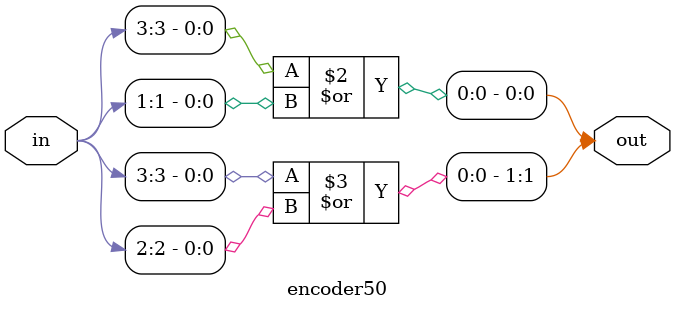
<source format=v>
module encoder50(input [3:0] in, output reg [1:0] out);

    always @(*) begin
        out[0] = in[3] | in[1];
        out[1] = in[3] | in[2];
    end


endmodule

</source>
